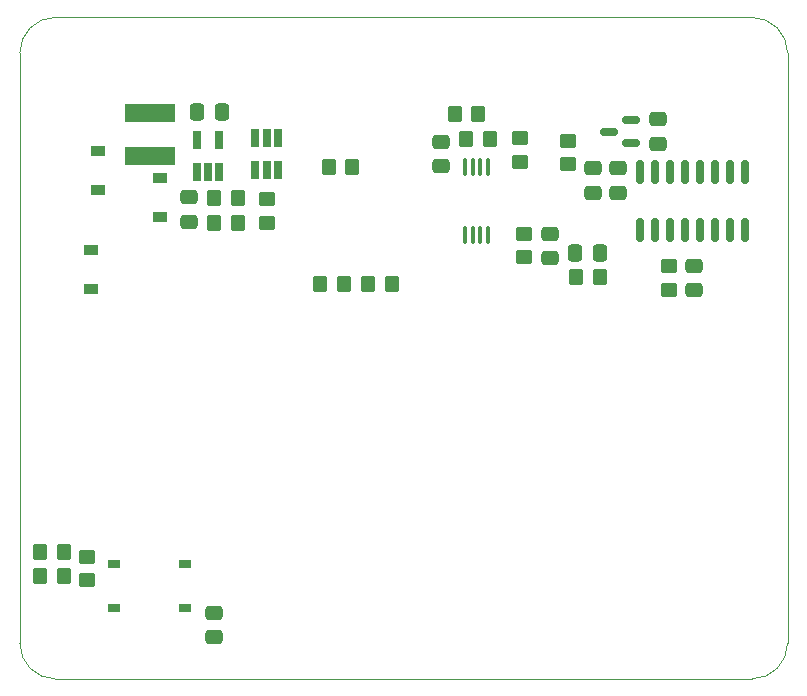
<source format=gbr>
%TF.GenerationSoftware,KiCad,Pcbnew,(6.0.4)*%
%TF.CreationDate,2022-07-22T13:04:17+03:00*%
%TF.ProjectId,shiled_v2,7368696c-6564-45f7-9632-2e6b69636164,rev?*%
%TF.SameCoordinates,Original*%
%TF.FileFunction,Paste,Top*%
%TF.FilePolarity,Positive*%
%FSLAX46Y46*%
G04 Gerber Fmt 4.6, Leading zero omitted, Abs format (unit mm)*
G04 Created by KiCad (PCBNEW (6.0.4)) date 2022-07-22 13:04:17*
%MOMM*%
%LPD*%
G01*
G04 APERTURE LIST*
G04 Aperture macros list*
%AMRoundRect*
0 Rectangle with rounded corners*
0 $1 Rounding radius*
0 $2 $3 $4 $5 $6 $7 $8 $9 X,Y pos of 4 corners*
0 Add a 4 corners polygon primitive as box body*
4,1,4,$2,$3,$4,$5,$6,$7,$8,$9,$2,$3,0*
0 Add four circle primitives for the rounded corners*
1,1,$1+$1,$2,$3*
1,1,$1+$1,$4,$5*
1,1,$1+$1,$6,$7*
1,1,$1+$1,$8,$9*
0 Add four rect primitives between the rounded corners*
20,1,$1+$1,$2,$3,$4,$5,0*
20,1,$1+$1,$4,$5,$6,$7,0*
20,1,$1+$1,$6,$7,$8,$9,0*
20,1,$1+$1,$8,$9,$2,$3,0*%
G04 Aperture macros list end*
%TA.AperFunction,Profile*%
%ADD10C,0.100000*%
%TD*%
%ADD11R,1.000000X0.700000*%
%ADD12RoundRect,0.250000X-0.350000X-0.450000X0.350000X-0.450000X0.350000X0.450000X-0.350000X0.450000X0*%
%ADD13RoundRect,0.250000X0.350000X0.450000X-0.350000X0.450000X-0.350000X-0.450000X0.350000X-0.450000X0*%
%ADD14R,1.200000X0.900000*%
%ADD15RoundRect,0.250000X0.450000X-0.350000X0.450000X0.350000X-0.450000X0.350000X-0.450000X-0.350000X0*%
%ADD16R,0.650000X1.560000*%
%ADD17R,4.200000X1.500000*%
%ADD18RoundRect,0.250000X-0.475000X0.337500X-0.475000X-0.337500X0.475000X-0.337500X0.475000X0.337500X0*%
%ADD19RoundRect,0.250000X0.337500X0.475000X-0.337500X0.475000X-0.337500X-0.475000X0.337500X-0.475000X0*%
%ADD20RoundRect,0.250000X0.475000X-0.337500X0.475000X0.337500X-0.475000X0.337500X-0.475000X-0.337500X0*%
%ADD21RoundRect,0.250000X-0.450000X0.350000X-0.450000X-0.350000X0.450000X-0.350000X0.450000X0.350000X0*%
%ADD22RoundRect,0.150000X0.587500X0.150000X-0.587500X0.150000X-0.587500X-0.150000X0.587500X-0.150000X0*%
%ADD23RoundRect,0.100000X0.100000X-0.637500X0.100000X0.637500X-0.100000X0.637500X-0.100000X-0.637500X0*%
%ADD24RoundRect,0.150000X0.150000X-0.825000X0.150000X0.825000X-0.150000X0.825000X-0.150000X-0.825000X0*%
G04 APERTURE END LIST*
D10*
X143546356Y-113817611D02*
X143546356Y-63817611D01*
X78546356Y-63817611D02*
X78546356Y-113817611D01*
X140546356Y-116817611D02*
G75*
G03*
X143546356Y-113817611I37J2999963D01*
G01*
X140546356Y-60817611D02*
X81546356Y-60817611D01*
X81546356Y-116817611D02*
X140546356Y-116817611D01*
X143546389Y-63817611D02*
G75*
G03*
X140546356Y-60817611I-2999989J11D01*
G01*
X81546356Y-60817556D02*
G75*
G03*
X78546356Y-63817611I44J-3000044D01*
G01*
X78546389Y-113817611D02*
G75*
G03*
X81546356Y-116817611I3000011J11D01*
G01*
D11*
X86535000Y-107090600D03*
X92535000Y-107090600D03*
X86535000Y-110790600D03*
X92535000Y-110790600D03*
D12*
X80254600Y-108127800D03*
X82254600Y-108127800D03*
D13*
X82254600Y-106045000D03*
X80254600Y-106045000D03*
D14*
X85140800Y-75437000D03*
X85140800Y-72137000D03*
D15*
X84226400Y-108467400D03*
X84226400Y-106467400D03*
D16*
X100391000Y-73740000D03*
X99441000Y-73740000D03*
X98491000Y-73740000D03*
X98491000Y-71040000D03*
X99441000Y-71040000D03*
X100391000Y-71040000D03*
X93538000Y-73867000D03*
X94488000Y-73867000D03*
X95438000Y-73867000D03*
X95438000Y-71167000D03*
X93538000Y-71167000D03*
D12*
X110051600Y-83362800D03*
X108051600Y-83362800D03*
X103962600Y-83359400D03*
X105962600Y-83359400D03*
D15*
X99441000Y-78216000D03*
X99441000Y-76216000D03*
D13*
X96996000Y-76073000D03*
X94996000Y-76073000D03*
D12*
X95028000Y-78232000D03*
X97028000Y-78232000D03*
D17*
X89535000Y-68939000D03*
X89535000Y-72539000D03*
D14*
X90424000Y-77723000D03*
X90424000Y-74423000D03*
X84582000Y-83819000D03*
X84582000Y-80519000D03*
D18*
X92837000Y-76051500D03*
X92837000Y-78126500D03*
D19*
X95652500Y-68834000D03*
X93577500Y-68834000D03*
D20*
X94996000Y-113305500D03*
X94996000Y-111230500D03*
D18*
X132562600Y-69447500D03*
X132562600Y-71522500D03*
D20*
X127076200Y-75662700D03*
X127076200Y-73587700D03*
D21*
X133502400Y-81880200D03*
X133502400Y-83880200D03*
X120904000Y-71025000D03*
X120904000Y-73025000D03*
D20*
X135636000Y-83917700D03*
X135636000Y-81842700D03*
D22*
X130325100Y-71435000D03*
X130325100Y-69535000D03*
X128450100Y-70485000D03*
D12*
X116341400Y-71094600D03*
X118341400Y-71094600D03*
X104689400Y-73507600D03*
X106689400Y-73507600D03*
D18*
X123422900Y-79124900D03*
X123422900Y-81199900D03*
D21*
X121213100Y-79140900D03*
X121213100Y-81140900D03*
D20*
X129159000Y-75662700D03*
X129159000Y-73587700D03*
D19*
X127656500Y-80721200D03*
X125581500Y-80721200D03*
D13*
X127631100Y-82804000D03*
X125631100Y-82804000D03*
D18*
X114233200Y-71352500D03*
X114233200Y-73427500D03*
D23*
X116239400Y-79240300D03*
X116889400Y-79240300D03*
X117539400Y-79240300D03*
X118189400Y-79240300D03*
X118189400Y-73515300D03*
X117539400Y-73515300D03*
X116889400Y-73515300D03*
X116239400Y-73515300D03*
D24*
X131089400Y-78852800D03*
X132359400Y-78852800D03*
X133629400Y-78852800D03*
X134899400Y-78852800D03*
X136169400Y-78852800D03*
X137439400Y-78852800D03*
X138709400Y-78852800D03*
X139979400Y-78852800D03*
X139979400Y-73902800D03*
X138709400Y-73902800D03*
X137439400Y-73902800D03*
X136169400Y-73902800D03*
X134899400Y-73902800D03*
X133629400Y-73902800D03*
X132359400Y-73902800D03*
X131089400Y-73902800D03*
D12*
X115366800Y-68961000D03*
X117366800Y-68961000D03*
D21*
X124968000Y-71263000D03*
X124968000Y-73263000D03*
M02*

</source>
